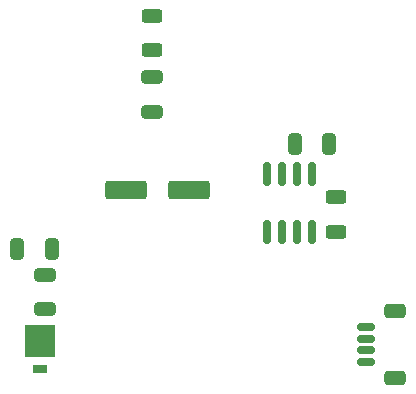
<source format=gbr>
%TF.GenerationSoftware,KiCad,Pcbnew,(6.0.8-1)-1*%
%TF.CreationDate,2024-02-06T23:44:39-06:00*%
%TF.ProjectId,openmv_can_shield,6f70656e-6d76-45f6-9361-6e5f73686965,rev?*%
%TF.SameCoordinates,Original*%
%TF.FileFunction,Paste,Top*%
%TF.FilePolarity,Positive*%
%FSLAX46Y46*%
G04 Gerber Fmt 4.6, Leading zero omitted, Abs format (unit mm)*
G04 Created by KiCad (PCBNEW (6.0.8-1)-1) date 2024-02-06 23:44:39*
%MOMM*%
%LPD*%
G01*
G04 APERTURE LIST*
G04 Aperture macros list*
%AMRoundRect*
0 Rectangle with rounded corners*
0 $1 Rounding radius*
0 $2 $3 $4 $5 $6 $7 $8 $9 X,Y pos of 4 corners*
0 Add a 4 corners polygon primitive as box body*
4,1,4,$2,$3,$4,$5,$6,$7,$8,$9,$2,$3,0*
0 Add four circle primitives for the rounded corners*
1,1,$1+$1,$2,$3*
1,1,$1+$1,$4,$5*
1,1,$1+$1,$6,$7*
1,1,$1+$1,$8,$9*
0 Add four rect primitives between the rounded corners*
20,1,$1+$1,$2,$3,$4,$5,0*
20,1,$1+$1,$4,$5,$6,$7,0*
20,1,$1+$1,$6,$7,$8,$9,0*
20,1,$1+$1,$8,$9,$2,$3,0*%
G04 Aperture macros list end*
%ADD10RoundRect,0.150000X-0.150000X0.825000X-0.150000X-0.825000X0.150000X-0.825000X0.150000X0.825000X0*%
%ADD11RoundRect,0.250000X0.625000X-0.312500X0.625000X0.312500X-0.625000X0.312500X-0.625000X-0.312500X0*%
%ADD12RoundRect,0.250000X0.650000X-0.325000X0.650000X0.325000X-0.650000X0.325000X-0.650000X-0.325000X0*%
%ADD13RoundRect,0.250000X-0.325000X-0.650000X0.325000X-0.650000X0.325000X0.650000X-0.325000X0.650000X0*%
%ADD14RoundRect,0.150000X-0.625000X0.150000X-0.625000X-0.150000X0.625000X-0.150000X0.625000X0.150000X0*%
%ADD15RoundRect,0.250000X-0.650000X0.350000X-0.650000X-0.350000X0.650000X-0.350000X0.650000X0.350000X0*%
%ADD16RoundRect,0.250000X-1.500000X-0.550000X1.500000X-0.550000X1.500000X0.550000X-1.500000X0.550000X0*%
%ADD17R,2.540000X2.670000*%
%ADD18R,1.270000X0.760000*%
G04 APERTURE END LIST*
D10*
%TO.C,U2*%
X149402800Y-96458000D03*
X148132800Y-96458000D03*
X146862800Y-96458000D03*
X145592800Y-96458000D03*
X145592800Y-101408000D03*
X146862800Y-101408000D03*
X148132800Y-101408000D03*
X149402800Y-101408000D03*
%TD*%
D11*
%TO.C,R1*%
X135864600Y-86019100D03*
X135864600Y-83094100D03*
%TD*%
D12*
%TO.C,C4*%
X135864600Y-91236800D03*
X135864600Y-88286800D03*
%TD*%
D13*
%TO.C,C3*%
X124382000Y-102870000D03*
X127332000Y-102870000D03*
%TD*%
D11*
%TO.C,R2*%
X151434800Y-101386100D03*
X151434800Y-98461100D03*
%TD*%
D12*
%TO.C,C2*%
X126746000Y-107951800D03*
X126746000Y-105001800D03*
%TD*%
D14*
%TO.C,X1*%
X153919800Y-109421800D03*
X153919800Y-110421800D03*
X153919800Y-111421800D03*
X153919800Y-112421800D03*
D15*
X156444800Y-113721800D03*
X156444800Y-108121800D03*
%TD*%
D16*
%TO.C,C1*%
X133596400Y-97840800D03*
X138996400Y-97840800D03*
%TD*%
D13*
%TO.C,C6*%
X147902400Y-93954600D03*
X150852400Y-93954600D03*
%TD*%
D17*
%TO.C,D1*%
X126365000Y-110638400D03*
D18*
X126365000Y-112993400D03*
%TD*%
M02*

</source>
